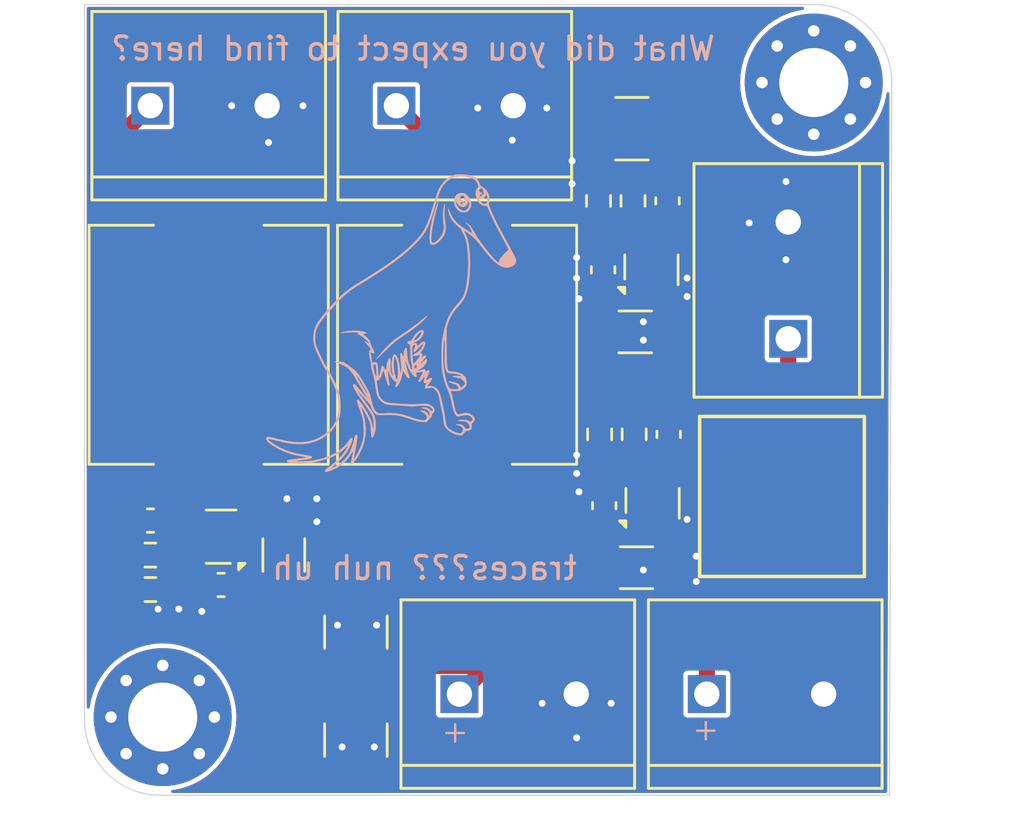
<source format=kicad_pcb>
(kicad_pcb (version 20240108) (generator "pcbnew") (generator_version "8.0")
  (title_block (title "BORZOI"))
  (layers (0 "F.Cu" signal) (31 "B.Cu" signal) (34 "B.Paste" user) (35 "F.Paste" user) (36 "B.SilkS" user "B.Silkscreen") (37 "F.SilkS" user "F.Silkscreen") (38 "B.Mask" user) (39 "F.Mask" user) (44 "Edge.Cuts" user))
  (net 0 "")
  (net 1 "Net-(U1-SW)")
  (net 2 "Net-(U1-BST)")
  (net 3 "Net-(J2-Pin_1)")
  (net 4 "Net-(U2-BST)")
  (net 5 "Net-(U2-SW)")
  (net 6 "Net-(J3-Pin_1)")
  (net 7 "Net-(U3-SW)")
  (net 8 "Net-(U3-BST)")
  (net 9 "Net-(J1-Pin_1)")
  (net 10 "Net-(U1-FB)")
  (net 11 "Net-(U2-FB)")
  (net 12 "Net-(U3-FB)")
  (net 22 "Net-(J5-Pin_1)")
  (net 23 "Net-(J1-Pin_2)")
  (footprint "Capacitor_SMD:C_1210_3225Metric" (layer "F.Cu") (at 114.3 131.5 -90)
    (property "Reference" "C8" (hide yes))
    (property "Value" "47uF")
    (pad "1" smd roundrect (at -1.475 0 270) (size 1.15 2.7) (layers "F.Cu" "F.Paste" "F.Mask") (roundrect_rratio 0.217391) (net 6 "Net-(J3-Pin_1)"))
    (pad "2" smd roundrect (at 1.475 0 270) (size 1.15 2.7) (layers "F.Cu" "F.Paste" "F.Mask") (roundrect_rratio 0.217391) (net 23 "Net-(J1-Pin_2)"))
  )
  (footprint "Capacitor_SMD:C_0603_1608Metric" (layer "F.Cu") (at 125.1 121.3 90)
    (property "Reference" "C10" (hide yes))
    (property "Value" "100nF")
    (pad "1" smd roundrect (at -0.775 0 90) (size 0.9 0.95) (layers "F.Cu" "F.Paste" "F.Mask") (net 22 "Net-(J5-Pin_1)"))
    (pad "2" smd roundrect (at 0.775 0 90) (size 0.9 0.95) (layers "F.Cu" "F.Paste" "F.Mask") (net 23 "Net-(J1-Pin_2)"))
  )
  (footprint "MountingHole:MountingHole_3mm_Pad_Via" (layer "F.Cu") (at 105.9 130.5)
    (property "Reference" "H3" (hide yes))
    (property "Value" "MountingHole_Pad")
    (pad "1" thru_hole circle (at -2.25 0) (size 0.8 0.8) (drill 0.5) (layers "*.Cu" "*.Mask"))
    (pad "1" thru_hole circle (at -1.59099 -1.59099) (size 0.8 0.8) (drill 0.5) (layers "*.Cu" "*.Mask"))
    (pad "1" thru_hole circle (at -1.59099 1.59099) (size 0.8 0.8) (drill 0.5) (layers "*.Cu" "*.Mask"))
    (pad "1" thru_hole circle (at 0 -2.25) (size 0.8 0.8) (drill 0.5) (layers "*.Cu" "*.Mask"))
    (pad "1" thru_hole circle (at 0 0) (size 6 6) (drill 3) (layers "*.Cu" "*.Mask"))
    (pad "1" thru_hole circle (at 0 2.25) (size 0.8 0.8) (drill 0.5) (layers "*.Cu" "*.Mask"))
    (pad "1" thru_hole circle (at 1.59099 -1.59099) (size 0.8 0.8) (drill 0.5) (layers "*.Cu" "*.Mask"))
    (pad "1" thru_hole circle (at 1.59099 1.59099) (size 0.8 0.8) (drill 0.5) (layers "*.Cu" "*.Mask"))
    (pad "1" thru_hole circle (at 2.25 0) (size 0.8 0.8) (drill 0.5) (layers "*.Cu" "*.Mask"))
  )
  (footprint "Inductor_SMD:L_Wuerth_HCI-1050" (layer "F.Cu") (at 118.7 114.3 90)
    (property "Reference" "L1" (hide yes))
    (property "Value" "7.8uH")
    (pad "1" smd rect (at -3.825 0 90) (size 3.85 4) (layers "F.Cu" "F.Paste" "F.Mask") (net 1 "Net-(U1-SW)"))
    (pad "2" smd rect (at 3.825 0 90) (size 3.85 4) (layers "F.Cu" "F.Paste" "F.Mask") (net 3 "Net-(J2-Pin_1)"))
  )
  (footprint "Package_TO_SOT_SMD:SOT-583-8" (layer "F.Cu") (at 127.2 121.2 90)
    (property "Reference" "U3" (hide yes))
    (property "Value" "TPS563300")
    (pad "1" smd roundrect (at -0.74 -0.75 90) (size 0.67 0.3) (layers "F.Cu" "F.Paste" "F.Mask") (roundrect_rratio 0.1666666667))
    (pad "2" smd roundrect (at -0.74 -0.25 90) (size 0.67 0.3) (layers "F.Cu" "F.Paste" "F.Mask") (roundrect_rratio 0.1666666667))
    (pad "3" smd roundrect (at -0.74 0.25 90) (size 0.67 0.3) (layers "F.Cu" "F.Paste" "F.Mask") (roundrect_rratio 0.1666666667) (net 22 "Net-(J5-Pin_1)"))
    (pad "4" smd roundrect (at -0.74 0.75 90) (size 0.67 0.3) (layers "F.Cu" "F.Paste" "F.Mask") (roundrect_rratio 0.1666666667) (net 23 "Net-(J1-Pin_2)"))
    (pad "5" smd roundrect (at 0.74 0.75 90) (size 0.67 0.3) (layers "F.Cu" "F.Paste" "F.Mask") (roundrect_rratio 0.1666666667) (net 7 "Net-(U3-SW)"))
    (pad "6" smd roundrect (at 0.74 0.25 90) (size 0.67 0.3) (layers "F.Cu" "F.Paste" "F.Mask") (roundrect_rratio 0.1666666667) (net 8 "Net-(U3-BST)"))
    (pad "7" smd roundrect (at 0.74 -0.25 90) (size 0.67 0.3) (layers "F.Cu" "F.Paste" "F.Mask") (roundrect_rratio 0.1666666667))
    (pad "8" smd roundrect (at 0.74 -0.75 90) (size 0.67 0.3) (layers "F.Cu" "F.Paste" "F.Mask") (roundrect_rratio 0.1666666667) (net 12 "Net-(U3-FB)"))
  )
  (footprint "Resistor_SMD:R_0603_1608Metric" (layer "F.Cu") (at 126.4 118.2 -90)
    (property "Reference" "R5" (hide yes))
    (property "Value" "140k")
    (pad "1" smd roundrect (at -0.825 0 270) (size 0.8 0.95) (layers "F.Cu" "F.Paste" "F.Mask") (net 9 "Net-(J1-Pin_1)"))
    (pad "2" smd roundrect (at 0.825 0 270) (size 0.8 0.95) (layers "F.Cu" "F.Paste" "F.Mask") (net 12 "Net-(U3-FB)"))
  )
  (footprint "Capacitor_SMD:C_0603_1608Metric" (layer "F.Cu") (at 125.05 111.04 90)
    (property "Reference" "C1" (hide yes))
    (property "Value" "100nF")
    (pad "1" smd roundrect (at -0.775 0 90) (size 0.9 0.95) (layers "F.Cu" "F.Paste" "F.Mask") (net 22 "Net-(J5-Pin_1)"))
    (pad "2" smd roundrect (at 0.775 0 90) (size 0.9 0.95) (layers "F.Cu" "F.Paste" "F.Mask") (net 23 "Net-(J1-Pin_2)"))
  )
  (footprint "MountingHole:MountingHole_3mm_Pad_Via" (layer "F.Cu") (at 134.20901 102.89099)
    (property "Reference" "H2" (hide yes))
    (property "Value" "MountingHole_Pad")
    (pad "1" thru_hole circle (at -2.25 0) (size 0.8 0.8) (drill 0.5) (layers "*.Cu" "*.Mask"))
    (pad "1" thru_hole circle (at -1.59099 -1.59099) (size 0.8 0.8) (drill 0.5) (layers "*.Cu" "*.Mask"))
    (pad "1" thru_hole circle (at -1.59099 1.59099) (size 0.8 0.8) (drill 0.5) (layers "*.Cu" "*.Mask"))
    (pad "1" thru_hole circle (at 0 -2.25) (size 0.8 0.8) (drill 0.5) (layers "*.Cu" "*.Mask"))
    (pad "1" thru_hole circle (at 0 0) (size 6 6) (drill 3) (layers "*.Cu" "*.Mask"))
    (pad "1" thru_hole circle (at 0 2.25) (size 0.8 0.8) (drill 0.5) (layers "*.Cu" "*.Mask"))
    (pad "1" thru_hole circle (at 1.59099 -1.59099) (size 0.8 0.8) (drill 0.5) (layers "*.Cu" "*.Mask"))
    (pad "1" thru_hole circle (at 1.59099 1.59099) (size 0.8 0.8) (drill 0.5) (layers "*.Cu" "*.Mask"))
    (pad "1" thru_hole circle (at 2.25 0) (size 0.8 0.8) (drill 0.5) (layers "*.Cu" "*.Mask"))
  )
  (footprint "Inductor_Coilcraft:IND_XGL6060_COC" (layer "F.Cu") (at 132.8283 120.9)
    (property "Reference" "L3" (hide yes))
    (property "Value" "12uH")
    (pad "1" smd rect (at -2.1717 0) (size 1.2954 5.0038) (layers "F.Cu" "F.Paste" "F.Mask") (net 7 "Net-(U3-SW)"))
    (pad "2" smd rect (at 2.1717 0) (size 1.2954 5.0038) (layers "F.Cu" "F.Paste" "F.Mask") (net 9 "Net-(J1-Pin_1)"))
  )
  (footprint "Capacitor_SMD:C_0603_1608Metric" (layer "F.Cu") (at 108.44 124.75 180)
    (property "Reference" "C6" (hide yes))
    (property "Value" "100nF")
    (pad "1" smd roundrect (at -0.775 0 180) (size 0.9 0.95) (layers "F.Cu" "F.Paste" "F.Mask") (net 22 "Net-(J5-Pin_1)"))
    (pad "2" smd roundrect (at 0.775 0 180) (size 0.9 0.95) (layers "F.Cu" "F.Paste" "F.Mask") (net 23 "Net-(J1-Pin_2)"))
  )
  (footprint "Capacitor_SMD:C_0603_1608Metric" (layer "F.Cu") (at 105.365 121.95 180)
    (property "Reference" "C7" (hide yes))
    (property "Value" "100nF")
    (pad "1" smd roundrect (at -0.775 0 180) (size 0.9 0.95) (layers "F.Cu" "F.Paste" "F.Mask") (net 4 "Net-(U2-BST)"))
    (pad "2" smd roundrect (at 0.775 0 180) (size 0.9 0.95) (layers "F.Cu" "F.Paste" "F.Mask") (net 5 "Net-(U2-SW)"))
  )
  (footprint "Capacitor_SMD:C_1206_3216Metric" (layer "F.Cu") (at 126.5 124)
    (property "Reference" "C9" (hide yes))
    (property "Value" "10uF")
    (pad "1" smd roundrect (at -1.475 0) (size 1.15 1.8) (layers "F.Cu" "F.Paste" "F.Mask") (roundrect_rratio 0.217391) (net 22 "Net-(J5-Pin_1)"))
    (pad "2" smd roundrect (at 1.475 0) (size 1.15 1.8) (layers "F.Cu" "F.Paste" "F.Mask") (roundrect_rratio 0.217391) (net 23 "Net-(J1-Pin_2)"))
  )
  (footprint "Connector_TE_Terminal-Block:TE_282837-2" (layer "F.Cu") (at 118.6 103.9)
    (property "Reference" "J2" (hide yes))
    (property "Value" "Screw_Terminal_01x02")
    (pad "1" thru_hole rect (at -2.54 0) (size 1.65 1.65) (drill 1.1) (layers "*.Cu" "*.Mask") (net 3 "Net-(J2-Pin_1)"))
    (pad "2" thru_hole circle (at 2.54 0) (size 1.65 1.65) (drill 1.1) (layers "*.Cu" "*.Mask") (net 23 "Net-(J1-Pin_2)"))
  )
  (footprint "Resistor_SMD:R_0603_1608Metric" (layer "F.Cu") (at 124.9 118.2 -90)
    (property "Reference" "R6" (hide yes))
    (property "Value" "10k")
    (pad "1" smd roundrect (at -0.825 0 270) (size 0.8 0.95) (layers "F.Cu" "F.Paste" "F.Mask") (net 12 "Net-(U3-FB)"))
    (pad "2" smd roundrect (at 0.825 0 270) (size 0.8 0.95) (layers "F.Cu" "F.Paste" "F.Mask") (net 23 "Net-(J1-Pin_2)"))
  )
  (footprint "Connector_TE_Terminal-Block:TE_282837-2" (layer "F.Cu") (at 107.9 103.9)
    (property "Reference" "J3" (hide yes))
    (property "Value" "Screw_Terminal_01x02")
    (pad "1" thru_hole rect (at -2.54 0) (size 1.65 1.65) (drill 1.1) (layers "*.Cu" "*.Mask") (net 6 "Net-(J3-Pin_1)"))
    (pad "2" thru_hole circle (at 2.54 0) (size 1.65 1.65) (drill 1.1) (layers "*.Cu" "*.Mask") (net 23 "Net-(J1-Pin_2)"))
  )
  (footprint "Capacitor_SMD:C_1210_3225Metric" (layer "F.Cu") (at 114.3 126.8 90)
    (property "Reference" "C12" (hide yes))
    (property "Value" "47uF")
    (pad "1" smd roundrect (at -1.475 0 90) (size 1.15 2.7) (layers "F.Cu" "F.Paste" "F.Mask") (roundrect_rratio 0.217391) (net 9 "Net-(J1-Pin_1)"))
    (pad "2" smd roundrect (at 1.475 0 90) (size 1.15 2.7) (layers "F.Cu" "F.Paste" "F.Mask") (roundrect_rratio 0.217391) (net 23 "Net-(J1-Pin_2)"))
  )
  (footprint "Connector_TE_Terminal-Block:TE_282837-2" (layer "F.Cu") (at 121.34 129.5)
    (property "Reference" "J1" (hide yes))
    (property "Value" "Screw_Terminal_01x02")
    (pad "1" thru_hole rect (at -2.54 0) (size 1.65 1.65) (drill 1.1) (layers "*.Cu" "*.Mask") (net 9 "Net-(J1-Pin_1)"))
    (pad "2" thru_hole circle (at 2.54 0) (size 1.65 1.65) (drill 1.1) (layers "*.Cu" "*.Mask") (net 23 "Net-(J1-Pin_2)"))
  )
  (footprint "Package_TO_SOT_SMD:SOT-583-8" (layer "F.Cu") (at 108.44 122.65 180)
    (property "Reference" "U2" (hide yes))
    (property "Value" "TPS563300")
    (pad "1" smd roundrect (at -0.74 -0.75 180) (size 0.67 0.3) (layers "F.Cu" "F.Paste" "F.Mask") (roundrect_rratio 0.1666666667))
    (pad "2" smd roundrect (at -0.74 -0.25 180) (size 0.67 0.3) (layers "F.Cu" "F.Paste" "F.Mask") (roundrect_rratio 0.1666666667))
    (pad "3" smd roundrect (at -0.74 0.25 180) (size 0.67 0.3) (layers "F.Cu" "F.Paste" "F.Mask") (roundrect_rratio 0.1666666667) (net 22 "Net-(J5-Pin_1)"))
    (pad "4" smd roundrect (at -0.74 0.75 180) (size 0.67 0.3) (layers "F.Cu" "F.Paste" "F.Mask") (roundrect_rratio 0.1666666667) (net 23 "Net-(J1-Pin_2)"))
    (pad "5" smd roundrect (at 0.74 0.75 180) (size 0.67 0.3) (layers "F.Cu" "F.Paste" "F.Mask") (roundrect_rratio 0.1666666667) (net 5 "Net-(U2-SW)"))
    (pad "6" smd roundrect (at 0.74 0.25 180) (size 0.67 0.3) (layers "F.Cu" "F.Paste" "F.Mask") (roundrect_rratio 0.1666666667) (net 4 "Net-(U2-BST)"))
    (pad "7" smd roundrect (at 0.74 -0.25 180) (size 0.67 0.3) (layers "F.Cu" "F.Paste" "F.Mask") (roundrect_rratio 0.1666666667))
    (pad "8" smd roundrect (at 0.74 -0.75 180) (size 0.67 0.3) (layers "F.Cu" "F.Paste" "F.Mask") (roundrect_rratio 0.1666666667) (net 11 "Net-(U2-FB)"))
  )
  (footprint "Resistor_SMD:R_0603_1608Metric" (layer "F.Cu") (at 105.365 124.95)
    (property "Reference" "R4" (hide yes))
    (property "Value" "10k")
    (pad "1" smd roundrect (at -0.825 0) (size 0.8 0.95) (layers "F.Cu" "F.Paste" "F.Mask") (net 11 "Net-(U2-FB)"))
    (pad "2" smd roundrect (at 0.825 0) (size 0.8 0.95) (layers "F.Cu" "F.Paste" "F.Mask") (net 23 "Net-(J1-Pin_2)"))
  )
  (footprint "Connector_TE_Terminal-Block:TE_282837-2" (layer "F.Cu") (at 133.1 111.5 90)
    (property "Reference" "J5" (hide yes))
    (property "Value" "Screw_Terminal_01x02")
    (pad "1" thru_hole rect (at -2.54 0 90) (size 1.65 1.65) (drill 1.1) (layers "*.Cu" "*.Mask") (net 22 "Net-(J5-Pin_1)"))
    (pad "2" thru_hole circle (at 2.54 0 90) (size 1.65 1.65) (drill 1.1) (layers "*.Cu" "*.Mask") (net 23 "Net-(J1-Pin_2)"))
  )
  (footprint "Capacitor_SMD:C_1206_3216Metric" (layer "F.Cu") (at 126.45 113.74)
    (property "Reference" "C2" (hide yes))
    (property "Value" "10uF")
    (pad "1" smd roundrect (at -1.475 0) (size 1.15 1.8) (layers "F.Cu" "F.Paste" "F.Mask") (roundrect_rratio 0.217391) (net 22 "Net-(J5-Pin_1)"))
    (pad "2" smd roundrect (at 1.475 0) (size 1.15 1.8) (layers "F.Cu" "F.Paste" "F.Mask") (roundrect_rratio 0.217391) (net 23 "Net-(J1-Pin_2)"))
  )
  (footprint "Inductor_SMD:L_Wuerth_HCI-1050" (layer "F.Cu") (at 107.9 114.3 -90)
    (property "Reference" "L2" (hide yes))
    (property "Value" "7.8uH")
    (pad "1" smd rect (at -3.825 0 270) (size 3.85 4) (layers "F.Cu" "F.Paste" "F.Mask") (net 5 "Net-(U2-SW)"))
    (pad "2" smd rect (at 3.825 0 270) (size 3.85 4) (layers "F.Cu" "F.Paste" "F.Mask") (net 6 "Net-(J3-Pin_1)"))
  )
  (footprint "Resistor_SMD:R_0603_1608Metric" (layer "F.Cu") (at 124.85 108.04 -90)
    (property "Reference" "R2" (hide yes))
    (property "Value" "10k")
    (pad "1" smd roundrect (at -0.825 0 270) (size 0.8 0.95) (layers "F.Cu" "F.Paste" "F.Mask") (net 10 "Net-(U1-FB)"))
    (pad "2" smd roundrect (at 0.825 0 270) (size 0.8 0.95) (layers "F.Cu" "F.Paste" "F.Mask") (net 23 "Net-(J1-Pin_2)"))
  )
  (footprint "Resistor_SMD:R_0603_1608Metric" (layer "F.Cu") (at 126.35 108.04 -90)
    (property "Reference" "R1" (hide yes))
    (property "Value" "52.3k")
    (pad "1" smd roundrect (at -0.825 0 270) (size 0.8 0.95) (layers "F.Cu" "F.Paste" "F.Mask") (net 3 "Net-(J2-Pin_1)"))
    (pad "2" smd roundrect (at 0.825 0 270) (size 0.8 0.95) (layers "F.Cu" "F.Paste" "F.Mask") (net 10 "Net-(U1-FB)"))
  )
  (footprint "Connector_TE_Terminal-Block:TE_282837-2" (layer "F.Cu") (at 132.1 129.5)
    (property "Reference" "J4" (hide yes))
    (property "Value" "Screw_Terminal_01x02")
    (pad "1" thru_hole rect (at -2.54 0) (size 1.65 1.65) (drill 1.1) (layers "*.Cu" "*.Mask") (net 9 "Net-(J1-Pin_1)"))
    (pad "2" thru_hole circle (at 2.54 0) (size 1.65 1.65) (drill 1.1) (layers "*.Cu" "*.Mask") (net 23 "Net-(J1-Pin_2)"))
  )
  (footprint "Package_TO_SOT_SMD:SOT-583-8" (layer "F.Cu") (at 127.15 111.04 90)
    (property "Reference" "U1" (hide yes))
    (property "Value" "TPS563300")
    (pad "1" smd roundrect (at -0.74 -0.75 90) (size 0.67 0.3) (layers "F.Cu" "F.Paste" "F.Mask") (roundrect_rratio 0.1666666667))
    (pad "2" smd roundrect (at -0.74 -0.25 90) (size 0.67 0.3) (layers "F.Cu" "F.Paste" "F.Mask") (roundrect_rratio 0.1666666667))
    (pad "3" smd roundrect (at -0.74 0.25 90) (size 0.67 0.3) (layers "F.Cu" "F.Paste" "F.Mask") (roundrect_rratio 0.1666666667) (net 22 "Net-(J5-Pin_1)"))
    (pad "4" smd roundrect (at -0.74 0.75 90) (size 0.67 0.3) (layers "F.Cu" "F.Paste" "F.Mask") (roundrect_rratio 0.1666666667) (net 23 "Net-(J1-Pin_2)"))
    (pad "5" smd roundrect (at 0.74 0.75 90) (size 0.67 0.3) (layers "F.Cu" "F.Paste" "F.Mask") (roundrect_rratio 0.1666666667) (net 1 "Net-(U1-SW)"))
    (pad "6" smd roundrect (at 0.74 0.25 90) (size 0.67 0.3) (layers "F.Cu" "F.Paste" "F.Mask") (roundrect_rratio 0.1666666667) (net 2 "Net-(U1-BST)"))
    (pad "7" smd roundrect (at 0.74 -0.25 90) (size 0.67 0.3) (layers "F.Cu" "F.Paste" "F.Mask") (roundrect_rratio 0.1666666667))
    (pad "8" smd roundrect (at 0.74 -0.75 90) (size 0.67 0.3) (layers "F.Cu" "F.Paste" "F.Mask") (roundrect_rratio 0.1666666667) (net 10 "Net-(U1-FB)"))
  )
  (footprint "Resistor_SMD:R_0603_1608Metric" (layer "F.Cu") (at 105.365 123.45)
    (property "Reference" "R3" (hide yes))
    (property "Value" "52.3k")
    (pad "1" smd roundrect (at -0.825 0) (size 0.8 0.95) (layers "F.Cu" "F.Paste" "F.Mask") (net 6 "Net-(J3-Pin_1)"))
    (pad "2" smd roundrect (at 0.825 0) (size 0.8 0.95) (layers "F.Cu" "F.Paste" "F.Mask") (net 11 "Net-(U2-FB)"))
  )
  (footprint "Capacitor_SMD:C_0603_1608Metric" (layer "F.Cu") (at 127.85 108.04 90)
    (property "Reference" "C3" (hide yes))
    (property "Value" "100nF")
    (pad "1" smd roundrect (at -0.775 0 90) (size 0.9 0.95) (layers "F.Cu" "F.Paste" "F.Mask") (net 2 "Net-(U1-BST)"))
    (pad "2" smd roundrect (at 0.775 0 90) (size 0.9 0.95) (layers "F.Cu" "F.Paste" "F.Mask") (net 1 "Net-(U1-SW)"))
  )
  (footprint "Capacitor_SMD:C_1210_3225Metric" (layer "F.Cu") (at 126.3 104.9 180)
    (property "Reference" "C4" (hide yes))
    (property "Value" "47uF")
    (pad "1" smd roundrect (at -1.475 0 180) (size 1.15 2.7) (layers "F.Cu" "F.Paste" "F.Mask") (roundrect_rratio 0.217391) (net 3 "Net-(J2-Pin_1)"))
    (pad "2" smd roundrect (at 1.475 0 180) (size 1.15 2.7) (layers "F.Cu" "F.Paste" "F.Mask") (roundrect_rratio 0.217391) (net 23 "Net-(J1-Pin_2)"))
  )
  (footprint "Capacitor_SMD:C_1206_3216Metric" (layer "F.Cu") (at 111.165 123.45 90)
    (property "Reference" "C5" (hide yes))
    (property "Value" "10uF")
    (pad "1" smd roundrect (at -1.475 0 90) (size 1.15 1.8) (layers "F.Cu" "F.Paste" "F.Mask") (roundrect_rratio 0.217391) (net 22 "Net-(J5-Pin_1)"))
    (pad "2" smd roundrect (at 1.475 0 90) (size 1.15 1.8) (layers "F.Cu" "F.Paste" "F.Mask") (roundrect_rratio 0.217391) (net 23 "Net-(J1-Pin_2)"))
  )
  (footprint "Capacitor_SMD:C_0603_1608Metric" (layer "F.Cu") (at 127.9 118.2 90)
    (property "Reference" "C11" (hide yes))
    (property "Value" "100nF")
    (pad "1" smd roundrect (at -0.775 0 90) (size 0.9 0.95) (layers "F.Cu" "F.Paste" "F.Mask") (net 8 "Net-(U3-BST)"))
    (pad "2" smd roundrect (at 0.775 0 90) (size 0.9 0.95) (layers "F.Cu" "F.Paste" "F.Mask") (net 7 "Net-(U3-SW)"))
  )
  (footprint "memes:dogs" (layer "B.Cu") (at 115.9 113.1 180)
    (property "Reference" "G***" (hide yes))
    (property "Value" "LOGO" (hide yes))
  )
  (gr_arc (start 134.3 99.5) (mid 136.640302 100.530416) (end 137.60147 102.9) (stroke (width 0.05)) (layer "Edge.Cuts"))
  (gr_line (start 137.5 133.9) (end 105.8 133.9) (stroke (width 0.05)) (layer "Edge.Cuts"))
  (gr_line (start 137.60147 102.9) (end 137.5 133.9) (stroke (width 0.05)) (layer "Edge.Cuts"))
  (gr_line (start 102.5 99.5) (end 134.3 99.5) (stroke (width 0.05)) (layer "Edge.Cuts"))
  (gr_line (start 102.5 130.6) (end 102.5 99.5) (stroke (width 0.05)) (layer "Edge.Cuts"))
  (gr_arc (start 105.8 133.9) (mid 103.466548 132.933452) (end 102.5 130.6) (stroke (width 0.05)) (layer "Edge.Cuts"))
  (gr_text "+" (at 130.2 131.6 0) (layer "B.SilkS") (effects (font (size 1 1) (thickness 0.1)) (justify left bottom mirror)))
  (gr_text "What did you expect to find here?" (at 130 102 0) (layer "B.SilkS") (effects (font (size 1 1)) (justify left bottom mirror)))
  (gr_text "traces??? nuh uh" (at 124 124.6 0) (layer "B.SilkS") (effects (font (size 1 1)) (justify left bottom mirror)))
  (gr_text "+" (at 119.3 131.7 0) (layer "B.SilkS") (effects (font (size 1 1) (thickness 0.1)) (justify left bottom mirror)))
  (segment (start 128.9 106.69) (end 128.9 109.9) (width 0.7) (layer "F.Cu") (net 1))
  (segment (start 128.9 103.361702) (end 128.9 106.69) (width 0.7) (layer "F.Cu") (net 1))
  (segment (start 118.7 118.125) (end 118.625 118.125) (width 0.7) (layer "F.Cu") (net 1))
  (segment (start 114.4 113.625) (end 114.3 113.725) (width 0.7) (layer "F.Cu") (net 1))
  (segment (start 118.7 118.125) (end 114.3 113.725) (width 0.7) (layer "F.Cu") (net 1))
  (segment (start 127.638298 102.1) (end 128.9 103.361702) (width 0.7) (layer "F.Cu") (net 1))
  (segment (start 128.9 109.9) (end 128.5 110.3) (width 0.7) (layer "F.Cu") (net 1))
  (segment (start 114.4 102.1) (end 127.638298 102.1) (width 0.7) (layer "F.Cu") (net 1))
  (segment (start 128.9 106.69) (end 128.325 107.265) (width 0.7) (layer "F.Cu") (net 1))
  (segment (start 128.325 107.265) (end 127.85 107.265) (width 0.7) (layer "F.Cu") (net 1))
  (segment (start 114.4 102.1) (end 114.4 113.625) (width 0.7) (layer "F.Cu") (net 1))
  (segment (start 127.85 107.265) (end 127.87725 107.265) (width 0.7) (layer "F.Cu") (net 1))
  (segment (start 123.7 105.061702) (end 122.221702 106.54) (width 0.7) (layer "F.Cu") (net 3))
  (segment (start 118.7 110.475) (end 118.7 106.54) (width 0.7) (layer "F.Cu") (net 3))
  (segment (start 126.35 103.35) (end 126.35 104.8) (width 0.7) (layer "F.Cu") (net 3))
  (segment (start 126 103) (end 124.161702 103) (width 0.7) (layer "F.Cu") (net 3))
  (segment (start 126.35 104.8) (end 126.35 107.215) (width 0.7) (layer "F.Cu") (net 3))
  (segment (start 126.35 103.35) (end 126 103) (width 0.7) (layer "F.Cu") (net 3))
  (segment (start 124.161702 103) (end 123.7 103.461702) (width 0.7) (layer "F.Cu") (net 3))
  (segment (start 127.775 104.8) (end 126.35 104.8) (width 0.7) (layer "F.Cu") (net 3))
  (segment (start 123.7 103.461702) (end 123.7 105.061702) (width 0.7) (layer "F.Cu") (net 3))
  (segment (start 118.7 106.54) (end 122.221702 106.54) (width 0.7) (layer "F.Cu") (net 3))
  (segment (start 118.7 106.54) (end 116.06 103.9) (width 0.7) (layer "F.Cu") (net 3))
  (segment (start 107.9 110.475) (end 111.6 114.175) (width 0.7) (layer "F.Cu") (net 5))
  (segment (start 111.6 119.45) (end 110.125 120.925) (width 0.7) (layer "F.Cu") (net 5))
  (segment (start 105.58775 120.925) (end 104.59 121.92275) (width 0.7) (layer "F.Cu") (net 5))
  (segment (start 111.6 114.175) (end 111.6 119.45) (width 0.7) (layer "F.Cu") (net 5))
  (segment (start 110.125 120.925) (end 105.58775 120.925) (width 0.7) (layer "F.Cu") (net 5))
  (segment (start 104.59 121.92275) (end 104.59 121.95) (width 0.7) (layer "F.Cu") (net 5))
  (segment (start 103.35 122.66) (end 103.35 125.301202) (width 0.7) (layer "F.Cu") (net 6))
  (segment (start 105.36 103.9) (end 104.475 104.785) (width 0.7) (layer "F.Cu") (net 6))
  (segment (start 104.14 123.45) (end 104.54 123.45) (width 0.7) (layer "F.Cu") (net 6))
  (segment (start 107.197918 126.7) (end 107.247918 126.75) (width 0.7) (layer "F.Cu") (net 6))
  (segment (start 104.748798 126.7) (end 107.197918 126.7) (width 0.7) (layer "F.Cu") (net 6))
  (segment (start 107.9 118.125) (end 104.475 118.125) (width 0.7) (layer "F.Cu") (net 6))
  (segment (start 104.475 118.125) (end 103.35 119.25) (width 0.7) (layer "F.Cu") (net 6))
  (segment (start 111.225 130.025) (end 114.3 130.025) (width 0.7) (layer "F.Cu") (net 6))
  (segment (start 103.35 122.66) (end 104.14 123.45) (width 0.7) (layer "F.Cu") (net 6))
  (segment (start 107.95 126.75) (end 111.225 130.025) (width 0.7) (layer "F.Cu") (net 6))
  (segment (start 103.35 119.25) (end 103.35 122.66) (width 0.7) (layer "F.Cu") (net 6))
  (segment (start 104.475 104.785) (end 104.475 118.125) (width 0.7) (layer "F.Cu") (net 6))
  (segment (start 103.35 125.301202) (end 104.748798 126.7) (width 0.7) (layer "F.Cu") (net 6))
  (segment (start 107.247918 126.75) (end 107.95 126.75) (width 0.7) (layer "F.Cu") (net 6))
  (segment (start 127.9 117.425) (end 128.375 117.425) (width 0.7) (layer "F.Cu") (net 7))
  (segment (start 128.925 119.885) (end 128.65 120.16) (width 0.7) (layer "F.Cu") (net 7))
  (segment (start 128.925 117.975) (end 128.925 119.885) (width 0.7) (layer "F.Cu") (net 7))
  (segment (start 128.375 117.425) (end 128.925 117.975) (width 0.7) (layer "F.Cu") (net 7))
  (segment (start 130.6566 120.9) (end 130.6566 119.7066) (width 0.7) (layer "F.Cu") (net 7))
  (segment (start 127.9 117.425) (end 127.92725 117.425) (width 0.7) (layer "F.Cu") (net 7))
  (segment (start 130.6566 119.7066) (end 128.925 117.975) (width 0.7) (layer "F.Cu") (net 7))
  (segment (start 120.025 128.275) (end 114.3 128.275) (width 0.7) (layer "F.Cu") (net 9))
  (segment (start 121.25 127.05) (end 118.8 129.5) (width 0.7) (layer "F.Cu") (net 9))
  (segment (start 135 126.69) (end 134.64 127.05) (width 0.7) (layer "F.Cu") (net 9))
  (segment (start 135 120.9) (end 135 126.69) (width 0.7) (layer "F.Cu") (net 9))
  (segment (start 127.99 116.4) (end 131.725 112.665) (width 0.7) (layer "F.Cu") (net 9))
  (segment (start 121.25 127.05) (end 120.025 128.275) (width 0.7) (layer "F.Cu") (net 9))
  (segment (start 134.475 112.665) (end 135 113.19) (width 0.7) (layer "F.Cu") (net 9))
  (segment (start 129.56 127.11) (end 129.56 129.5) (width 0.7) (layer "F.Cu") (net 9))
  (segment (start 126.4 116.975) (end 126.975 116.4) (width 0.7) (layer "F.Cu") (net 9))
  (segment (start 129.5 127.05) (end 129.56 127.11) (width 0.7) (layer "F.Cu") (net 9))
  (segment (start 126.975 116.4) (end 127.99 116.4) (width 0.7) (layer "F.Cu") (net 9))
  (segment (start 134.64 127.05) (end 129.5 127.05) (width 0.7) (layer "F.Cu") (net 9))
  (segment (start 135 113.19) (end 135 120.9) (width 0.7) (layer "F.Cu") (net 9))
  (segment (start 126.4 117.375) (end 126.4 116.975) (width 0.7) (layer "F.Cu") (net 9))
  (segment (start 131.725 112.665) (end 134.475 112.665) (width 0.7) (layer "F.Cu") (net 9))
  (segment (start 129.5 127.05) (end 121.25 127.05) (width 0.7) (layer "F.Cu") (net 9))
  (segment (start 126.35 108.756202) (end 126.35 108.865) (width 0.7) (layer "F.Cu") (net 10))
  (segment (start 124.85 107.215) (end 124.85 107.256202) (width 0.7) (layer "F.Cu") (net 10))
  (segment (start 124.85 107.256202) (end 126.35 108.756202) (width 0.7) (layer "F.Cu") (net 10))
  (segment (start 104.648798 124.95) (end 106.148798 123.45) (width 0.7) (layer "F.Cu") (net 11))
  (segment (start 104.54 124.95) (end 104.648798 124.95) (width 0.7) (layer "F.Cu") (net 11))
  (segment (start 106.148798 123.45) (end 106.19 123.45) (width 0.7) (layer "F.Cu") (net 11))
  (segment (start 124.9 117.375) (end 124.9 117.483798) (width 0.7) (layer "F.Cu") (net 12))
  (segment (start 124.9 117.483798) (end 126.4 118.983798) (width 0.7) (layer "F.Cu") (net 12))
  (segment (start 126.4 118.983798) (end 126.4 119.025) (width 0.7) (layer "F.Cu") (net 12))
  (segment (start 130.1062 125.7) (end 126.725 125.7) (width 0.7) (layer "F.Cu") (net 22))
  (segment (start 114.3 122.2) (end 122.3 122.2) (width 0.7) (layer "F.Cu") (net 22))
  (segment (start 125.05 111.815) (end 125.05 113.665) (width 0.7) (layer "F.Cu") (net 22))
  (segment (start 124.975 122.2) (end 125.1 122.075) (width 0.7) (layer "F.Cu") (net 22))
  (segment (start 125.1 122.075) (end 125.1 123.925) (width 0.7) (layer "F.Cu") (net 22))
  (segment (start 133.1 122.7062) (end 130.1062 125.7) (width 0.7) (layer "F.Cu") (net 22))
  (segment (start 125.05 113.665) (end 124.975 113.74) (width 0.7) (layer "F.Cu") (net 22))
  (segment (start 111.165 124.925) (end 109.39 124.925) (width 0.7) (layer "F.Cu") (net 22))
  (segment (start 126.725 125.7) (end 125.025 124) (width 0.7) (layer "F.Cu") (net 22))
  (segment (start 124.975 115.44) (end 122.3 118.115) (width 0.7) (layer "F.Cu") (net 22))
  (segment (start 133.1 114.04) (end 133.1 122.7062) (width 0.7) (layer "F.Cu") (net 22))
  (segment (start 125.1 123.925) (end 125.025 124) (width 0.7) (layer "F.Cu") (net 22))
  (segment (start 109.39 124.925) (end 109.215 124.75) (width 0.7) (layer "F.Cu") (net 22))
  (segment (start 111.575 124.925) (end 114.3 122.2) (width 0.7) (layer "F.Cu") (net 22))
  (segment (start 124.975 113.74) (end 124.975 115.44) (width 0.7) (layer "F.Cu") (net 22))
  (segment (start 122.3 122.2) (end 124.975 122.2) (width 0.7) (layer "F.Cu") (net 22))
  (segment (start 111.165 124.925) (end 111.575 124.925) (width 0.7) (layer "F.Cu") (net 22))
  (segment (start 122.3 118.115) (end 122.3 122.2) (width 0.7) (layer "F.Cu") (net 22))
  (segment (start 124.85 110.065) (end 125.05 110.265) (width 0.7) (layer "F.Cu") (net 23))
  (segment (start 124.9 120.325) (end 125.1 120.525) (width 0.7) (layer "F.Cu") (net 23))
  (segment (start 124.85 108.865) (end 124.85 110.065) (width 0.7) (layer "F.Cu") (net 23))
  (segment (start 124.9 119.025) (end 124.9 120.325) (width 0.7) (layer "F.Cu") (net 23))
  (segment (start 134.64 129.5) (end 134.64 129.57) (width 0.7) (layer "F.Cu") (net 23))
  (via (at 129.1 124.6) (size 0.6) (drill 0.3) (layers "F.Cu" "B.Cu") (net 23))
  (via (at 112.6 121) (size 0.6) (drill 0.3) (layers "F.Cu" "B.Cu") (net 23))
  (via (at 113.5 126.5) (size 0.6) (drill 0.3) (layers "F.Cu" "B.Cu") (net 23))
  (via (at 133 110.6) (size 0.6) (drill 0.3) (layers "F.Cu" "B.Cu") (net 23))
  (via (at 112.6 122) (size 0.6) (drill 0.3) (layers "F.Cu" "B.Cu") (net 23))
  (via (at 124 120.7) (size 0.6) (drill 0.3) (layers "F.Cu" "B.Cu") (net 23))
  (via (at 123.9 119.1) (size 0.6) (drill 0.3) (layers "F.Cu" "B.Cu") (net 23))
  (via (at 115.2 126.5) (size 0.6) (drill 0.3) (layers "F.Cu" "B.Cu") (net 23))
  (via (at 123.9 110.5) (size 0.6) (drill 0.3) (layers "F.Cu" "B.Cu") (net 23))
  (via (at 110.5 105.5) (size 0.6) (drill 0.3) (layers "F.Cu" "B.Cu") (net 23))
  (via (at 105.7 125.8) (size 0.6) (drill 0.3) (layers "F.Cu" "B.Cu") (net 23))
  (via (at 112 103.9) (size 0.6) (drill 0.3) (layers "F.Cu" "B.Cu") (net 23))
  (via (at 123.7 107.3) (size 0.6) (drill 0.3) (layers "F.Cu" "B.Cu") (net 23))
  (via (at 123.9 119.9) (size 0.6) (drill 0.3) (layers "F.Cu" "B.Cu") (net 23))
  (via (at 122.4 129.9) (size 0.6) (drill 0.3) (layers "F.Cu" "B.Cu") (net 23))
  (via (at 129.1 123.5) (size 0.6) (drill 0.3) (layers "F.Cu" "B.Cu") (net 23))
  (via (at 128.7 111.4) (size 0.6) (drill 0.3) (layers "F.Cu" "B.Cu") (net 23))
  (via (at 126.8 124.1) (size 0.6) (drill 0.3) (layers "F.Cu" "B.Cu") (net 23))
  (via (at 123.7 106.3) (size 0.6) (drill 0.3) (layers "F.Cu" "B.Cu") (net 23))
  (via (at 121.1 105.4) (size 0.6) (drill 0.3) (layers "F.Cu" "B.Cu") (net 23))
  (via (at 107.6 125.9) (size 0.6) (drill 0.3) (layers "F.Cu" "B.Cu") (net 23))
  (via (at 113.7 131.8) (size 0.6) (drill 0.3) (layers "F.Cu" "B.Cu") (net 23))
  (via (at 123.9 131.4) (size 0.6) (drill 0.3) (layers "F.Cu" "B.Cu") (net 23))
  (via (at 128.7 112.2) (size 0.6) (drill 0.3) (layers "F.Cu" "B.Cu") (net 23))
  (via (at 106.6 125.8) (size 0.6) (drill 0.3) (layers "F.Cu" "B.Cu") (net 23))
  (via (at 124 112.3) (size 0.6) (drill 0.3) (layers "F.Cu" "B.Cu") (net 23))
  (via (at 119.6 104) (size 0.6) (drill 0.3) (layers "F.Cu" "B.Cu") (net 23))
  (via (at 125.4 129.9) (size 0.6) (drill 0.3) (layers "F.Cu" "B.Cu") (net 23))
  (via (at 133 107.2) (size 0.6) (drill 0.3) (layers "F.Cu" "B.Cu") (net 23))
  (via (at 122.6 104) (size 0.6) (drill 0.3) (layers "F.Cu" "B.Cu") (net 23))
  (via (at 126.8 113.3) (size 0.6) (drill 0.3) (layers "F.Cu" "B.Cu") (net 23))
  (via (at 128.7 121.9) (size 0.6) (drill 0.3) (layers "F.Cu" "B.Cu") (net 23))
  (via (at 111.3 121) (size 0.6) (drill 0.3) (layers "F.Cu" "B.Cu") (net 23))
  (via (at 123.9 111.4) (size 0.6) (drill 0.3) (layers "F.Cu" "B.Cu") (net 23))
  (via (at 108.9 103.9) (size 0.6) (drill 0.3) (layers "F.Cu" "B.Cu") (net 23))
  (via (at 131.4 109) (size 0.6) (drill 0.3) (layers "F.Cu" "B.Cu") (net 23))
  (via (at 126.8 114.1) (size 0.6) (drill 0.3) (layers "F.Cu" "B.Cu") (net 23))
  (via (at 115.1 131.8) (size 0.6) (drill 0.3) (layers "F.Cu" "B.Cu") (net 23))
  (zone (net 1) (net_name "Net-(U1-SW)") (layer "F.Cu") (priority 13) (connect_pads yes (clearance 0.127)) (min_thickness 0.127) (fill yes (thermal_gap 0.5) (thermal_bridge_width 0.5))
    (polygon (pts (xy 127.7 110.7) (xy 128.7 110.7) (xy 129.1 109.9) (xy 128.5 109.8) (xy 127.7 109.9)))
  )
  (zone (net 11) (net_name "Net-(U2-FB)") (layer "F.Cu") (priority 3) (connect_pads yes (clearance 0.127)) (min_thickness 0.127) (fill yes (thermal_gap 0.5) (thermal_bridge_width 0.5))
    (polygon (pts (xy 105.7 122.9) (xy 106.6 122.9) (xy 107.3 123.1) (xy 108.2 123.1) (xy 108.2 123.7) (xy 107.3 123.7) (xy 106.6 124) (xy 105.7 124)))
  )
  (zone (net 22) (net_name "Net-(J5-Pin_1)") (layer "F.Cu") (priority 7) (connect_pads yes (clearance 0.127)) (min_thickness 0.127) (fill yes (thermal_gap 0.5) (thermal_bridge_width 0.5))
    (polygon (pts (xy 127.2 121.5) (xy 127.7 121.5) (xy 127.7 123.6) (xy 125.1 123.6) (xy 125.1 122.6) (xy 126.7 122.6) (xy 127.2 122.3)))
  )
  (zone (net 22) (net_name "Net-(J5-Pin_1)") (layer "F.Cu") (priority 8) (connect_pads yes (clearance 0.127)) (min_thickness 0.127) (fill yes (thermal_gap 0.5) (thermal_bridge_width 0.5))
    (polygon (pts (xy 127.1 111.3) (xy 127.7 111.3) (xy 127.7 112.8) (xy 125.3 112.8) (xy 125.3 112.1) (xy 127.1 112.1)))
  )
  (zone (net 10) (net_name "Net-(U1-FB)") (layer "F.Cu") (priority 9) (connect_pads yes (clearance 0.127)) (min_thickness 0.127) (fill yes (thermal_gap 0.5) (thermal_bridge_width 0.5))
    (polygon (pts (xy 126.1 110.8) (xy 126.7 110.8) (xy 126.7 109.9) (xy 126.9 109.3) (xy 126.9 108.5) (xy 125.8 108.5) (xy 125.8 109.3) (xy 126.1 109.9)))
  )
  (zone (net 5) (net_name "Net-(U2-SW)") (layer "F.Cu") (connect_pads yes (clearance 0.127)) (min_thickness 0.127) (fill yes (thermal_gap 0.5) (thermal_bridge_width 0.5))
    (polygon (pts (xy 107.2 122.2) (xy 108.2 122.2) (xy 108.2 120.9) (xy 107.2 120.9)))
  )
  (zone (net 22) (net_name "Net-(J5-Pin_1)") (layer "F.Cu") (priority 2) (connect_pads yes (clearance 0.127)) (min_thickness 0.127) (fill yes (thermal_gap 0.5) (thermal_bridge_width 0.5))
    (polygon (pts (xy 108.7 122.1) (xy 108.7 122.7) (xy 109.6 122.7) (xy 109.6 124.7) (xy 110.3 124.7) (xy 110.3 122.1)))
  )
  (zone (net 12) (net_name "Net-(U3-FB)") (layer "F.Cu") (priority 6) (connect_pads yes (clearance 0.127)) (min_thickness 0.127) (fill yes (thermal_gap 0.5) (thermal_bridge_width 0.5))
    (polygon (pts (xy 126.7 120.9) (xy 126.7 120.1) (xy 126.9 119.4) (xy 126.9 118.6) (xy 125.9 118.6) (xy 125.9 119.4) (xy 126.2 120.1) (xy 126.2 120.9)))
  )
  (zone (net 4) (net_name "Net-(U2-BST)") (layer "F.Cu") (priority 1) (connect_pads yes (clearance 0.127)) (min_thickness 0.127) (fill yes (thermal_gap 0.5) (thermal_bridge_width 0.5))
    (polygon (pts (xy 108.2 122.2) (xy 108.2 122.6) (xy 105.6 122.6) (xy 105.6 121.4) (xy 106.8 121.4)))
  )
  (zone (net 8) (net_name "Net-(U3-BST)") (layer "F.Cu") (priority 5) (connect_pads yes (clearance 0.127)) (min_thickness 0.127) (fill yes (thermal_gap 0.5) (thermal_bridge_width 0.5))
    (polygon (pts (xy 127.7 120.9) (xy 127.2 120.9) (xy 127.2 118.4) (xy 128.5 118.4) (xy 128.5 119.5)))
  )
  (zone (net 7) (net_name "Net-(U3-SW)") (layer "F.Cu") (priority 4) (connect_pads yes (clearance 0.127)) (min_thickness 0.127) (fill yes (thermal_gap 0.5) (thermal_bridge_width 0.5))
    (polygon (pts (xy 127.7 120.1) (xy 128.6 119.7) (xy 128.6 120.8) (xy 127.7 120.8)))
  )
  (zone (net 2) (net_name "Net-(U1-BST)") (layer "F.Cu") (priority 10) (connect_pads yes (clearance 0.127)) (min_thickness 0.127) (fill yes (thermal_gap 0.5) (thermal_bridge_width 0.5))
    (polygon (pts (xy 127.2 110.7) (xy 127.2 109.9) (xy 127.3 109.3) (xy 127.3 108.3) (xy 128.4 108.3) (xy 128.4 109.3) (xy 127.6 109.9) (xy 127.6 110.7)))
  )
  (zone (net 23) (net_name "Net-(J1-Pin_2)") (layers "F&B.Cu") (connect_pads yes (clearance 0.127)) (min_thickness 0.127) (fill yes (thermal_gap 0.5) (thermal_bridge_width 0.5))
    (polygon (pts (xy 137.5 99.3) (xy 102.5 99.3) (xy 102.5 134.3) (xy 137.5 134.3)))
  )
)
</source>
